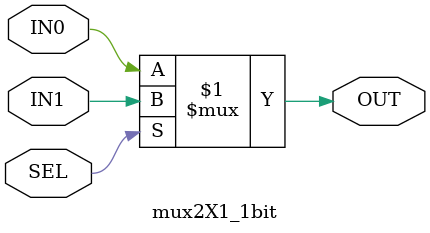
<source format=v>

module mux2X1_1bit  (

 input   wire                  IN0,
 input   wire                  IN1,
 input   wire                  SEL,
 output  wire                  OUT 

 );

 
assign OUT = SEL ? IN1 : IN0 ;
 
 
endmodule
 

</source>
